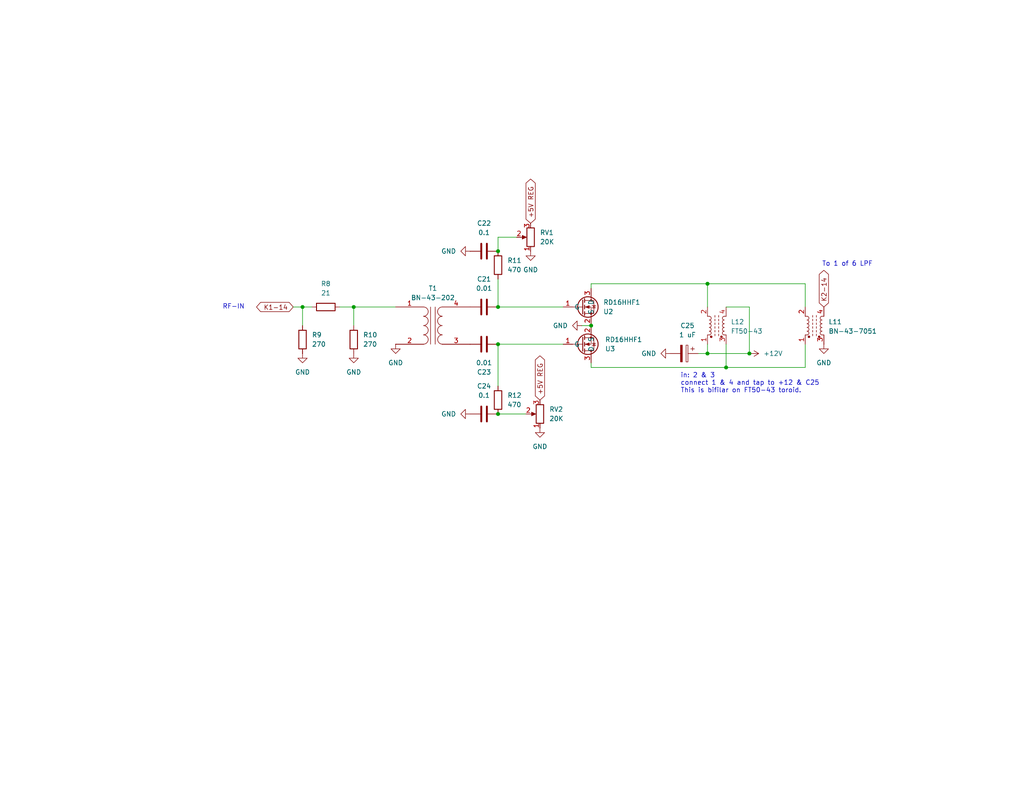
<source format=kicad_sch>
(kicad_sch (version 20231120) (generator "eeschema") (generator_version "8.0")
  (paper "USLetter")
  (title_block (title "QMX+ Amp") (date "2024-08-13") (rev "v0.7") (company "WA7GIL"))
  (lib_symbols
    (symbol "Device:C" (pin_numbers hide) (pin_names (offset 0.254))
      (property "Reference" "C" (at 0.635 2.54 0))
      (property "Value" "C" (at 0.635 -2.54 0))
      (symbol "C_0_1"
        (polyline (pts (xy -2.032 -0.762) (xy 2.032 -0.762)) (stroke (width 0.508)))
        (polyline (pts (xy -2.032 0.762) (xy 2.032 0.762)) (stroke (width 0.508)))
      )
      (symbol "C_1_1"
        (pin passive line (at 0 3.81 270) (length 2.794) (name "~") (number "1"))
        (pin passive line (at 0 -3.81 90) (length 2.794) (name "~") (number "2"))
      )
    )
    (symbol "Device:C_Polarized" (pin_numbers hide) (pin_names (offset 0.254))
      (property "Reference" "C" (at 0.635 2.54 0))
      (property "Value" "C_Polarized" (at 0.635 -2.54 0))
      (symbol "C_Polarized_0_1"
        (rectangle (start -2.286 0.508) (end 2.286 1.016))
        (polyline (pts (xy -1.778 2.286) (xy -0.762 2.286)))
        (polyline (pts (xy -1.27 2.794) (xy -1.27 1.778)))
        (rectangle (start 2.286 -0.508) (end -2.286 -1.016) (fill (type outline)))
      )
      (symbol "C_Polarized_1_1"
        (pin passive line (at 0 3.81 270) (length 2.794) (name "~") (number "1"))
        (pin passive line (at 0 -3.81 90) (length 2.794) (name "~") (number "2"))
      )
    )
    (symbol "Device:L_Ferrite_Coupled" (pin_names (offset 0.254) hide)
      (property "Reference" "L" (at 0 4.445 0))
      (property "Value" "L_Ferrite_Coupled" (at 0 -4.445 0))
      (symbol "L_Ferrite_Coupled_0_1"
        (circle (center -3.048 -1.27) (radius 0.254) (fill (type outline)))
        (circle (center -3.048 1.524) (radius 0.254) (fill (type outline)))
        (arc (start -2.54 2.032) (mid -2.032 1.5262) (end -1.524 2.032))
        (arc (start -1.524 -2.032) (mid -2.032 -1.5262) (end -2.54 -2.032))
        (arc (start -1.524 2.032) (mid -1.016 1.5262) (end -0.508 2.032))
        (arc (start -0.508 -2.032) (mid -1.016 -1.5262) (end -1.524 -2.032))
        (arc (start -0.508 2.032) (mid 0 1.5262) (end 0.508 2.032))
        (polyline (pts (xy -2.794 -0.508) (xy -2.286 -0.508)))
        (polyline (pts (xy -2.794 0.508) (xy -2.286 0.508)))
        (polyline (pts (xy -2.54 -2.032) (xy -2.54 -2.54)))
        (polyline (pts (xy -2.54 2.032) (xy -2.54 2.54)))
        (polyline (pts (xy -1.778 -0.508) (xy -1.27 -0.508)))
        (polyline (pts (xy -1.778 0.508) (xy -1.27 0.508)))
        (polyline (pts (xy -0.762 -0.508) (xy -0.254 -0.508)))
        (polyline (pts (xy -0.762 0.508) (xy -0.254 0.508)))
        (polyline (pts (xy 0.254 -0.508) (xy 0.762 -0.508)))
        (polyline (pts (xy 0.254 0.508) (xy 0.762 0.508)))
        (polyline (pts (xy 1.27 -0.508) (xy 1.778 -0.508)))
        (polyline (pts (xy 1.27 0.508) (xy 1.778 0.508)))
        (polyline (pts (xy 2.286 -0.508) (xy 2.794 -0.508)))
        (polyline (pts (xy 2.286 0.508) (xy 2.794 0.508)))
        (polyline (pts (xy 2.54 -2.032) (xy 2.54 -2.54)))
        (polyline (pts (xy 2.54 2.54) (xy 2.54 2.032)))
        (arc (start 0.508 -2.032) (mid 0 -1.5262) (end -0.508 -2.032))
        (arc (start 0.508 2.032) (mid 1.016 1.5262) (end 1.524 2.032))
        (arc (start 1.524 -2.032) (mid 1.016 -1.5262) (end 0.508 -2.032))
        (arc (start 1.524 2.032) (mid 2.032 1.5262) (end 2.54 2.032))
        (arc (start 2.54 -2.032) (mid 2.032 -1.5262) (end 1.524 -2.032))
      )
      (symbol "L_Ferrite_Coupled_1_1"
        (pin passive line (at -5.08 2.54 0) (length 2.54) (name "1") (number "1"))
        (pin passive line (at 5.08 2.54 180) (length 2.54) (name "2") (number "2"))
        (pin passive line (at -5.08 -2.54 0) (length 2.54) (name "3") (number "3"))
        (pin passive line (at 5.08 -2.54 180) (length 2.54) (name "4") (number "4"))
      )
    )
    (symbol "Device:R" (pin_numbers hide) (pin_names (offset 0))
      (property "Reference" "R" (at 2.032 0 90))
      (property "Value" "R" (at 0 0 90))
      (symbol "R_0_1"
        (rectangle (start -1.016 -2.54) (end 1.016 2.54) (stroke (width 0.254)))
      )
      (symbol "R_1_1"
        (pin passive line (at 0 3.81 270) (length 1.27) (name "~") (number "1"))
        (pin passive line (at 0 -3.81 90) (length 1.27) (name "~") (number "2"))
      )
    )
    (symbol "Device:R_Potentiometer" (pin_names (offset 1.016) hide)
      (property "Reference" "RV" (at -4.445 0 90))
      (property "Value" "R_Potentiometer" (at -2.54 0 90))
      (symbol "R_Potentiometer_0_1"
        (polyline (pts (xy 2.54 0) (xy 1.524 0)))
        (polyline (pts (xy 1.143 0) (xy 2.286 0.508) (xy 2.286 -0.508) (xy 1.143 0)) (fill (type outline)))
        (rectangle (start 1.016 2.54) (end -1.016 -2.54) (stroke (width 0.254)))
      )
      (symbol "R_Potentiometer_1_1"
        (pin passive line (at 0 3.81 270) (length 1.27) (name "1") (number "1"))
        (pin passive line (at 3.81 0 180) (length 1.27) (name "2") (number "2"))
        (pin passive line (at 0 -3.81 90) (length 1.27) (name "3") (number "3"))
      )
    )
    (symbol "Device:Transformer_1P_1S" (pin_names (offset 1.016) hide)
      (property "Reference" "T" (at 0 6.35 0))
      (property "Value" "Transformer_1P_1S" (at 0 -7.62 0))
      (symbol "Transformer_1P_1S_0_1"
        (arc (start -2.54 -5.0546) (mid -1.6599 -4.6901) (end -1.27 -3.81))
        (arc (start -2.54 -2.5146) (mid -1.6599 -2.1501) (end -1.27 -1.27))
        (arc (start -2.54 0.0254) (mid -1.6599 0.3899) (end -1.27 1.27))
        (arc (start -2.54 2.5654) (mid -1.6599 2.9299) (end -1.27 3.81))
        (arc (start -1.27 -3.81) (mid -1.642 -2.912) (end -2.54 -2.54))
        (arc (start -1.27 -1.27) (mid -1.642 -0.372) (end -2.54 0))
        (arc (start -1.27 1.27) (mid -1.642 2.168) (end -2.54 2.54))
        (arc (start -1.27 3.81) (mid -1.642 4.708) (end -2.54 5.08))
        (polyline (pts (xy -0.635 5.08) (xy -0.635 -5.08)))
        (polyline (pts (xy 0.635 -5.08) (xy 0.635 5.08)))
        (arc (start 1.2954 -1.27) (mid 1.6599 -2.1501) (end 2.54 -2.5146))
        (arc (start 1.2954 1.27) (mid 1.6599 0.3899) (end 2.54 0.0254))
        (arc (start 1.2954 3.81) (mid 1.6599 2.9299) (end 2.54 2.5654))
        (arc (start 1.3208 -3.81) (mid 1.6853 -4.6901) (end 2.5654 -5.0546))
        (arc (start 2.54 0) (mid 1.642 -0.372) (end 1.2954 -1.27))
        (arc (start 2.54 2.54) (mid 1.642 2.168) (end 1.2954 1.27))
        (arc (start 2.54 5.08) (mid 1.642 4.708) (end 1.2954 3.81))
        (arc (start 2.5654 -2.54) (mid 1.6674 -2.912) (end 1.3208 -3.81))
      )
      (symbol "Transformer_1P_1S_1_1"
        (pin passive line (at -10.16 5.08 0) (length 7.62) (name "AA") (number "1"))
        (pin passive line (at -10.16 -5.08 0) (length 7.62) (name "AB") (number "2"))
        (pin passive line (at 10.16 -5.08 180) (length 7.62) (name "SA") (number "3"))
        (pin passive line (at 10.16 5.08 180) (length 7.62) (name "SB") (number "4"))
      )
    )
    (symbol "ZZZMyLibrary:RD16HHF1"
      (property "Reference" "Q" (at 5.08 1.905 0))
      (property "Value" "RD16HHF1" (at 5.08 0 0))
      (symbol "RD16HHF1_0_1"
        (polyline (pts (xy 0.254 0) (xy -2.54 0)))
        (polyline (pts (xy 0.254 1.905) (xy 0.254 -1.905)) (stroke (width 0.254)))
        (polyline (pts (xy 0.762 -1.27) (xy 0.762 -2.286)) (stroke (width 0.254)))
        (polyline (pts (xy 0.762 0.508) (xy 0.762 -0.508)) (stroke (width 0.254)))
        (polyline (pts (xy 0.762 2.286) (xy 0.762 1.27)) (stroke (width 0.254)))
        (polyline (pts (xy 2.54 2.54) (xy 2.54 1.778)))
        (polyline (pts (xy 2.54 -2.54) (xy 2.54 0) (xy 0.762 0)))
        (polyline (pts (xy 0.762 -1.778) (xy 3.302 -1.778) (xy 3.302 1.778) (xy 0.762 1.778)))
        (polyline (pts (xy 1.016 0) (xy 2.032 0.381) (xy 2.032 -0.381) (xy 1.016 0)) (fill (type outline)))
        (polyline (pts (xy 2.794 0.508) (xy 2.921 0.381) (xy 3.683 0.381) (xy 3.81 0.254)))
        (polyline (pts (xy 3.302 0.381) (xy 2.921 -0.254) (xy 3.683 -0.254) (xy 3.302 0.381)))
        (circle (center 1.651 0) (radius 2.794) (stroke (width 0.254)))
        (circle (center 2.54 -1.778) (radius 0.254) (fill (type outline)))
        (circle (center 2.54 1.778) (radius 0.254) (fill (type outline)))
      )
      (symbol "RD16HHF1_1_1"
        (pin input line (at -5.08 0 0) (length 2.54) (name "G") (number "1"))
        (pin passive line (at 2.54 -5.08 90) (length 2.54) (name "S") (number "2"))
        (pin passive line (at 2.54 5.08 270) (length 2.54) (name "D") (number "3"))
      )
    )
    (symbol "power:+12V" (power) (pin_numbers hide) (pin_names (offset 0) hide)
      (property "Value" "+12V" (at 0 3.556 0))
      (symbol "+12V_0_1"
        (polyline (pts (xy -0.762 1.27) (xy 0 2.54)))
        (polyline (pts (xy 0 0) (xy 0 2.54)))
        (polyline (pts (xy 0 2.54) (xy 0.762 1.27)))
      )
      (symbol "+12V_1_1"
        (pin power_in line (at 0 0 90) (length 0) (name "~") (number "1"))
      )
    )
    (symbol "power:GND" (power) (pin_numbers hide) (pin_names (offset 0) hide)
      (property "Value" "GND" (at 0 -3.81 0))
      (symbol "GND_0_1"
        (polyline (pts (xy 0 0) (xy 0 -1.27) (xy 1.27 -1.27) (xy 0 -2.54) (xy -1.27 -1.27) (xy 0 -1.27)))
      )
      (symbol "GND_1_1"
        (pin power_in line (at 0 0 270) (length 0) (name "~") (number "1"))
      )
    )
  )
  (junction (at 96.52 83.82))
  (junction (at 135.89 83.82))
  (junction (at 193.04 77.47))
  (junction (at 161.29 88.9))
  (junction (at 204.47 96.52))
  (junction (at 82.55 83.82))
  (junction (at 193.04 96.52))
  (junction (at 135.89 93.98))
  (junction (at 198.12 100.33))
  (junction (at 135.89 68.58))
  (junction (at 135.89 113.03))
  (wire (pts (xy 96.52 83.82) (xy 96.52 88.9)))
  (wire (pts (xy 135.89 105.41) (xy 135.89 93.98)))
  (wire (pts (xy 135.89 64.77) (xy 140.97 64.77)))
  (wire (pts (xy 219.71 93.98) (xy 219.71 100.33)))
  (wire (pts (xy 204.47 83.82) (xy 198.12 83.82)))
  (wire (pts (xy 82.55 83.82) (xy 85.09 83.82)))
  (wire (pts (xy 198.12 100.33) (xy 219.71 100.33)))
  (wire (pts (xy 193.04 77.47) (xy 193.04 83.82)))
  (wire (pts (xy 96.52 83.82) (xy 107.95 83.82)))
  (wire (pts (xy 135.89 76.2) (xy 135.89 83.82)))
  (wire (pts (xy 161.29 77.47) (xy 161.29 78.74)))
  (wire (pts (xy 193.04 77.47) (xy 219.71 77.47)))
  (wire (pts (xy 82.55 83.82) (xy 82.55 88.9)))
  (wire (pts (xy 193.04 93.98) (xy 193.04 96.52)))
  (wire (pts (xy 135.89 68.58) (xy 135.89 64.77)))
  (wire (pts (xy 204.47 96.52) (xy 204.47 83.82)))
  (wire (pts (xy 135.89 113.03) (xy 143.51 113.03)))
  (wire (pts (xy 80.01 83.82) (xy 82.55 83.82)))
  (wire (pts (xy 161.29 100.33) (xy 198.12 100.33)))
  (wire (pts (xy 161.29 77.47) (xy 193.04 77.47)))
  (wire (pts (xy 193.04 96.52) (xy 204.47 96.52)))
  (wire (pts (xy 190.5 96.52) (xy 193.04 96.52)))
  (wire (pts (xy 135.89 83.82) (xy 153.67 83.82)))
  (wire (pts (xy 135.89 93.98) (xy 153.67 93.98)))
  (wire (pts (xy 158.75 88.9) (xy 161.29 88.9)))
  (wire (pts (xy 219.71 83.82) (xy 219.71 77.47)))
  (wire (pts (xy 92.71 83.82) (xy 96.52 83.82)))
  (wire (pts (xy 161.29 100.33) (xy 161.29 99.06)))
  (wire (pts (xy 198.12 93.98) (xy 198.12 100.33)))
  (text "To 1 of 6 LPF" (at 224.282 72.136 0) (effects (font (size 1.27 1.27)) (justify left)))
  (text "RF-IN" (at 60.706 83.82 0) (effects (font (size 1.27 1.27)) (justify left)))
  (text "in: 2 & 3\nconnect 1 & 4 and tap to +12 & C25\nThis is bifilar on FT50-43 toroid." (at 185.674 104.648 0) (effects (font (size 1.27 1.27)) (justify left)))
  (global_label "K2-14" (shape bidirectional) (at 224.79 83.82 90) (property "Intersheetrefs" "${INTERSHEET_REFS}" (effects (hide yes))))
  (global_label "K1-14" (shape bidirectional) (at 80.01 83.82 180) (property "Intersheetrefs" "${INTERSHEET_REFS}" (effects (hide yes))))
  (global_label "+5V REG" (shape bidirectional) (at 147.32 109.22 90) (property "Intersheetrefs" "${INTERSHEET_REFS}" (effects (hide yes))))
  (global_label "+5V REG" (shape bidirectional) (at 144.78 60.96 90) (property "Intersheetrefs" "${INTERSHEET_REFS}" (effects (hide yes))))
  (symbol (lib_id "Device:R_Potentiometer") (at 144.78 64.77 180) (unit 1)
    (property "Reference" "RV1" (at 147.32 63.4999 0) (effects (justify right)))
    (property "Value" "20K" (at 147.32 66.0399 0) (effects (justify right)))
    (property "Description" "Potentiometer" (effects (hide yes)))
  )
  (symbol (lib_id "power:GND") (at 182.88 96.52 270) (unit 1)
    (property "Reference" "#PWR044" (effects (hide yes)))
    (property "Value" "GND" (at 179.07 96.5199 90) (effects (justify right)))
    (property "Description" "Power symbol creates a global label with name \"GND\" , ground" (effects (hide yes)))
  )
  (symbol (lib_id "Device:R") (at 82.55 92.71 0) (unit 1)
    (property "Reference" "R9" (at 85.09 91.4399 0) (effects (justify left)))
    (property "Value" "270" (at 85.09 93.9799 0) (effects (justify left)))
    (property "Description" "Resistor" (effects (hide yes)))
  )
  (symbol (lib_id "Device:C_Polarized") (at 186.69 96.52 270) (unit 1)
    (property "Reference" "C25" (at 187.579 88.9 90))
    (property "Value" "1 uF" (at 187.579 91.44 90))
    (property "Description" "Polarized capacitor" (effects (hide yes)))
  )
  (symbol (lib_id "Device:Transformer_1P_1S") (at 118.11 88.9 0) (unit 1)
    (property "Reference" "T1" (at 118.1227 78.74 0))
    (property "Value" "BN-43-202" (at 118.1227 81.28 0))
    (property "Description" "Transformer, single primary, single secondary" (effects (hide yes)))
  )
  (symbol (lib_id "power:GND") (at 224.79 93.98 0) (unit 1)
    (property "Reference" "#PWR045" (effects (hide yes)))
    (property "Value" "GND" (at 224.79 99.06 0))
    (property "Description" "Power symbol creates a global label with name \"GND\" , ground" (effects (hide yes)))
  )
  (symbol (lib_id "Device:L_Ferrite_Coupled") (at 222.25 88.9 90) (unit 1)
    (property "Reference" "L11" (at 226.06 87.8839 90) (effects (justify right)))
    (property "Value" "BN-43-7051" (at 226.06 90.4239 90) (effects (justify right)))
    (property "Footprint" "ZZZMyLibrary:BN-43-202-FLAT" (effects (hide yes)))
    (property "Description" "Coupled inductor with ferrite core" (effects (hide yes)))
  )
  (symbol (lib_id "power:+12V") (at 204.47 96.52 270) (unit 1)
    (property "Reference" "#PWR043" (effects (hide yes)))
    (property "Value" "+12V" (at 208.28 96.5199 90) (effects (justify left)))
    (property "Description" "Power symbol creates a global label with name \"+12V\"" (effects (hide yes)))
  )
  (symbol (lib_id "power:GND") (at 144.78 68.58 0) (unit 1)
    (property "Reference" "#PWR038" (effects (hide yes)))
    (property "Value" "GND" (at 144.78 73.66 0))
    (property "Description" "Power symbol creates a global label with name \"GND\" , ground" (effects (hide yes)))
  )
  (symbol (lib_id "ZZZMyLibrary:RD16HHF1") (at 158.75 93.98 0) (mirror x) (unit 1)
    (property "Reference" "U3" (at 165.1 95.2501 0) (effects (justify left)))
    (property "Value" "RD16HHF1" (at 165.1 92.7101 0) (effects (justify left)))
    (property "Footprint" "Package_TO_SOT_THT:TO-220F-3_Horizontal_TabDown" (effects (hide yes)))
    (property "Description" "Silicon MOSFET Power Transistor 16W 30 MHz 12.5V" (effects (hide yes)))
  )
  (symbol (lib_id "power:GND") (at 107.95 93.98 0) (unit 1)
    (property "Reference" "#PWR036" (effects (hide yes)))
    (property "Value" "GND" (at 107.95 99.06 0))
    (property "Description" "Power symbol creates a global label with name \"GND\" , ground" (effects (hide yes)))
  )
  (symbol (lib_id "Device:C") (at 132.08 113.03 90) (unit 1)
    (property "Reference" "C24" (at 132.08 105.41 90))
    (property "Value" "0.1" (at 132.08 107.95 90))
    (property "Description" "Unpolarized capacitor" (effects (hide yes)))
  )
  (symbol (lib_id "Device:R_Potentiometer") (at 147.32 113.03 180) (unit 1)
    (property "Reference" "RV2" (at 149.86 111.7599 0) (effects (justify right)))
    (property "Value" "20K" (at 149.86 114.2999 0) (effects (justify right)))
    (property "Description" "Potentiometer" (effects (hide yes)))
  )
  (symbol (lib_id "power:GND") (at 128.27 68.58 270) (unit 1)
    (property "Reference" "#PWR037" (effects (hide yes)))
    (property "Value" "GND" (at 124.46 68.5799 90) (effects (justify right)))
    (property "Description" "Power symbol creates a global label with name \"GND\" , ground" (effects (hide yes)))
  )
  (symbol (lib_id "power:GND") (at 96.52 96.52 0) (unit 1)
    (property "Reference" "#PWR035" (effects (hide yes)))
    (property "Value" "GND" (at 96.52 101.6 0))
    (property "Description" "Power symbol creates a global label with name \"GND\" , ground" (effects (hide yes)))
  )
  (symbol (lib_id "Device:C") (at 132.08 68.58 90) (unit 1)
    (property "Reference" "C22" (at 132.08 60.96 90))
    (property "Value" "0.1" (at 132.08 63.5 90))
    (property "Description" "Unpolarized capacitor" (effects (hide yes)))
  )
  (symbol (lib_id "Device:L_Ferrite_Coupled") (at 195.58 88.9 90) (unit 1)
    (property "Reference" "L12" (at 199.39 87.8839 90) (effects (justify right)))
    (property "Value" "FT50-43" (at 199.39 90.4239 90) (effects (justify right)))
    (property "Footprint" "ZZZMyLibrary:Toroid_T50_Vertical_L14.0mm_W5.6mm_4pins" (effects (hide yes)))
    (property "Description" "Coupled inductor with ferrite core" (effects (hide yes)))
  )
  (symbol (lib_id "power:GND") (at 158.75 88.9 270) (unit 1)
    (property "Reference" "#PWR041" (effects (hide yes)))
    (property "Value" "GND" (at 154.94 88.8999 90) (effects (justify right)))
    (property "Description" "Power symbol creates a global label with name \"GND\" , ground" (effects (hide yes)))
  )
  (symbol (lib_id "Device:C") (at 132.08 83.82 90) (unit 1)
    (property "Reference" "C21" (at 132.08 76.2 90))
    (property "Value" "0.01" (at 132.08 78.74 90))
    (property "Description" "Unpolarized capacitor" (effects (hide yes)))
  )
  (symbol (lib_id "Device:R") (at 135.89 109.22 0) (unit 1)
    (property "Reference" "R12" (at 138.43 107.9499 0) (effects (justify left)))
    (property "Value" "470" (at 138.43 110.4899 0) (effects (justify left)))
    (property "Description" "Resistor" (effects (hide yes)))
  )
  (symbol (lib_id "Device:R") (at 135.89 72.39 0) (unit 1)
    (property "Reference" "R11" (at 138.43 71.1199 0) (effects (justify left)))
    (property "Value" "470" (at 138.43 73.6599 0) (effects (justify left)))
    (property "Description" "Resistor" (effects (hide yes)))
  )
  (symbol (lib_id "Device:C") (at 132.08 93.98 90) (mirror x) (unit 1)
    (property "Reference" "C23" (at 132.08 101.6 90))
    (property "Value" "0.01" (at 132.08 99.06 90))
    (property "Description" "Unpolarized capacitor" (effects (hide yes)))
  )
  (symbol (lib_id "ZZZMyLibrary:RD16HHF1") (at 158.75 83.82 0) (unit 1)
    (property "Reference" "U2" (at 164.592 85.09 0) (effects (justify left)))
    (property "Value" "RD16HHF1" (at 164.592 82.55 0) (effects (justify left)))
    (property "Footprint" "Package_TO_SOT_THT:TO-220F-3_Horizontal_TabDown" (effects (hide yes)))
    (property "Description" "Silicon MOSFET Power Transistor 16W 30 MHz 12.5V" (effects (hide yes)))
  )
  (symbol (lib_id "Device:R") (at 88.9 83.82 90) (unit 1)
    (property "Reference" "R8" (at 88.9 77.47 90))
    (property "Value" "21" (at 88.9 80.01 90))
    (property "Description" "Resistor" (effects (hide yes)))
  )
  (symbol (lib_id "power:GND") (at 82.55 96.52 0) (unit 1)
    (property "Reference" "#PWR034" (effects (hide yes)))
    (property "Value" "GND" (at 82.55 101.6 0))
    (property "Description" "Power symbol creates a global label with name \"GND\" , ground" (effects (hide yes)))
  )
  (symbol (lib_id "power:GND") (at 128.27 113.03 270) (unit 1)
    (property "Reference" "#PWR039" (effects (hide yes)))
    (property "Value" "GND" (at 124.46 113.0299 90) (effects (justify right)))
    (property "Description" "Power symbol creates a global label with name \"GND\" , ground" (effects (hide yes)))
  )
  (symbol (lib_id "power:GND") (at 147.32 116.84 0) (unit 1)
    (property "Reference" "#PWR040" (effects (hide yes)))
    (property "Value" "GND" (at 147.32 121.92 0))
    (property "Description" "Power symbol creates a global label with name \"GND\" , ground" (effects (hide yes)))
  )
  (symbol (lib_id "Device:R") (at 96.52 92.71 0) (unit 1)
    (property "Reference" "R10" (at 99.06 91.4399 0) (effects (justify left)))
    (property "Value" "270" (at 99.06 93.9799 0) (effects (justify left)))
    (property "Description" "Resistor" (effects (hide yes)))
  )
)
</source>
